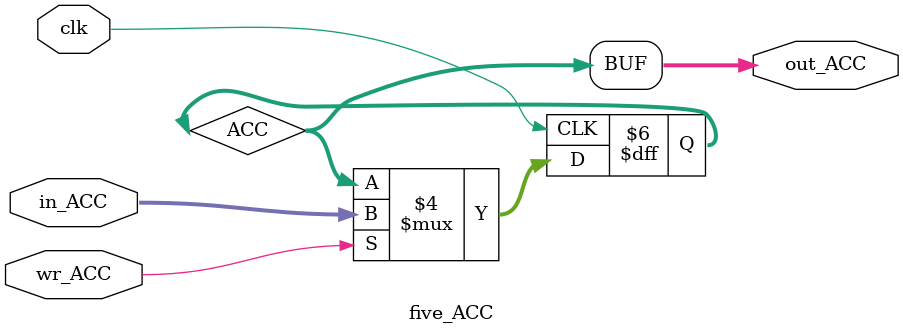
<source format=v>
module five_ACC(
  input wire clk,//时钟信号
  input wire wr_ACC,//ACC写信号
  input wire[15:0] in_ACC,//ACC输入
  output wire[15:0] out_ACC//ACC输出
);
  reg[15:0] ACC; //定义数组
  assign out_ACC = ACC; //用assign对out_ACC赋值
  initial begin
    ACC = 0;
  end
  always@(posedge clk) begin
    if(wr_ACC)
      ACC = in_ACC;
  end
endmodule
</source>
